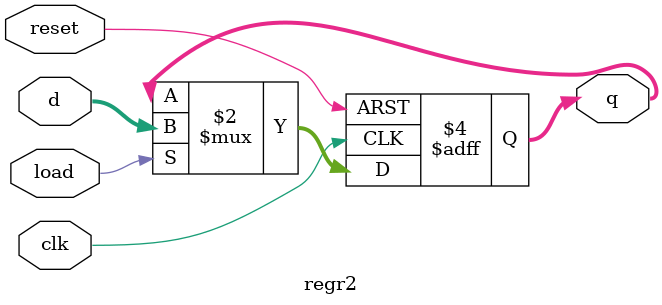
<source format=v>
module regr2 
#(parameter N=4,
  BIT0=1,
  BIT1=1)
(input wire load,
 input wire clk,
 input wire reset,
 input wire [N-1:0]d,
 output wire [N-1:0] q

	
);


always @(posedge clk or posedge reset)
if (reset) begin
	q[N-1:2]<=0;
	q[0]<=BIT0;
	q[1]<=BIT1;
end
else if (load)
	q<=d;
endmodule
</source>
